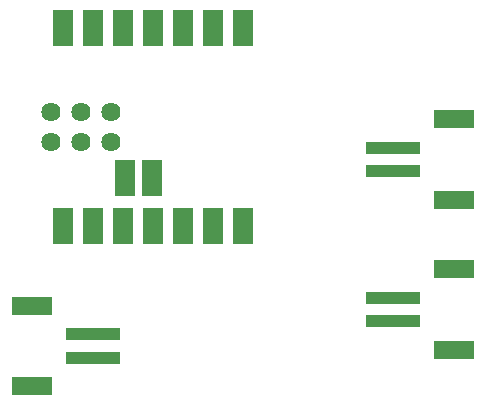
<source format=gtp>
G04 MADE WITH FRITZING*
G04 WWW.FRITZING.ORG*
G04 DOUBLE SIDED*
G04 HOLES PLATED*
G04 CONTOUR ON CENTER OF CONTOUR VECTOR*
%FSLAX26Y26*%
%MOIN*%
%ADD10C,0.064000*%
%ADD11R,0.070247X0.121256*%
%ADD12R,0.070000X0.121256*%
%ADD13R,0.181102X0.039370*%
%ADD14R,0.133858X0.062992*%
%G04PASTEMASK1*%
%FSLAX26Y26*%
%MOIN*%
D10*
X197661Y1334624D03*
X297953Y1334624D03*
X397953Y1334646D03*
X197953Y1234646D03*
X297953Y1234646D03*
X397953Y1234646D03*
D11*
X443263Y1112011D03*
X534568Y1112011D03*
X236745Y954461D03*
X337077Y954461D03*
X437077Y954461D03*
X537077Y954461D03*
X637077Y954461D03*
X737077Y954461D03*
X837077Y954461D03*
D12*
X836953Y1615018D03*
X736953Y1615018D03*
X636953Y1615018D03*
X536953Y1615018D03*
X436953Y1615018D03*
X336953Y1615018D03*
X236953Y1615018D03*
D13*
X1336961Y1215018D03*
X1336961Y1136277D03*
D14*
X1541679Y1309506D03*
X1541679Y1041789D03*
D13*
X336952Y515015D03*
X336952Y593755D03*
D14*
X132228Y420524D03*
X132228Y688244D03*
D13*
X1336961Y715015D03*
X1336961Y636275D03*
D14*
X1541679Y809506D03*
X1541679Y541794D03*
G04 End of PasteMask1*
M02*
</source>
